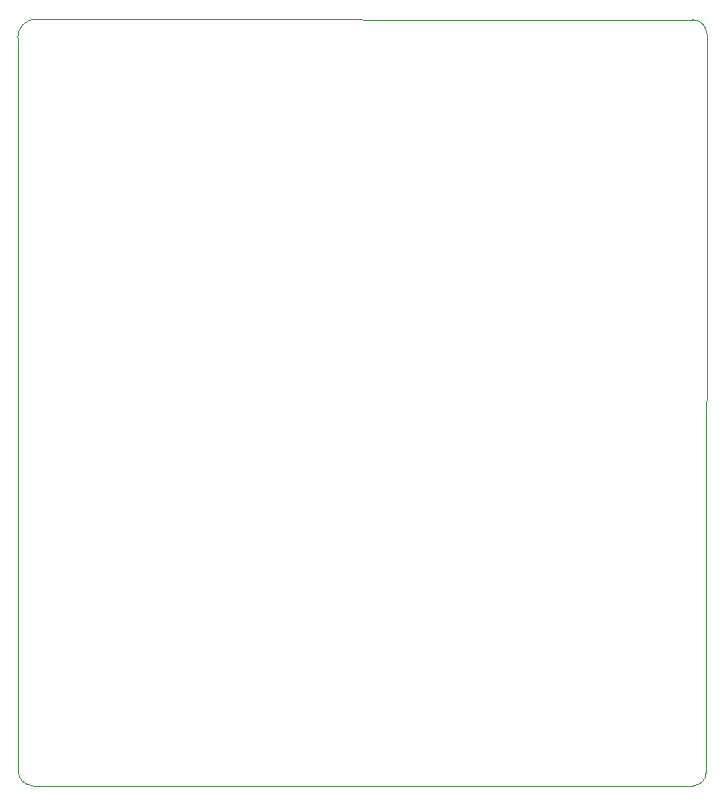
<source format=gbr>
%TF.GenerationSoftware,KiCad,Pcbnew,(5.1.8)-1*%
%TF.CreationDate,2020-12-24T23:30:16-07:00*%
%TF.ProjectId,LQPF-48_BreakoutBoard,4c515046-2d34-4385-9f42-7265616b6f75,rev?*%
%TF.SameCoordinates,Original*%
%TF.FileFunction,Profile,NP*%
%FSLAX46Y46*%
G04 Gerber Fmt 4.6, Leading zero omitted, Abs format (unit mm)*
G04 Created by KiCad (PCBNEW (5.1.8)-1) date 2020-12-24 23:30:16*
%MOMM*%
%LPD*%
G01*
G04 APERTURE LIST*
%TA.AperFunction,Profile*%
%ADD10C,0.050000*%
%TD*%
G04 APERTURE END LIST*
D10*
X58737500Y2349500D02*
X58801000Y64897000D01*
X57594500Y1270000D02*
X57658000Y1270000D01*
X58737500Y2349500D02*
G75*
G02*
X57658000Y1270000I-1079500J0D01*
G01*
X57086500Y1270000D02*
X57594500Y1270000D01*
X1714500Y1270000D02*
X57086500Y1270000D01*
X1714500Y1270000D02*
G75*
G02*
X508000Y2476500I0J1206500D01*
G01*
X444500Y64579500D02*
X508000Y2476500D01*
X2032000Y66167000D02*
X2095500Y66167000D01*
X444500Y64579500D02*
G75*
G02*
X2032000Y66167000I1587500J0D01*
G01*
X57594500Y66103500D02*
G75*
G02*
X58801000Y64897000I0J-1206500D01*
G01*
X2095500Y66167000D02*
X57594500Y66103500D01*
M02*

</source>
